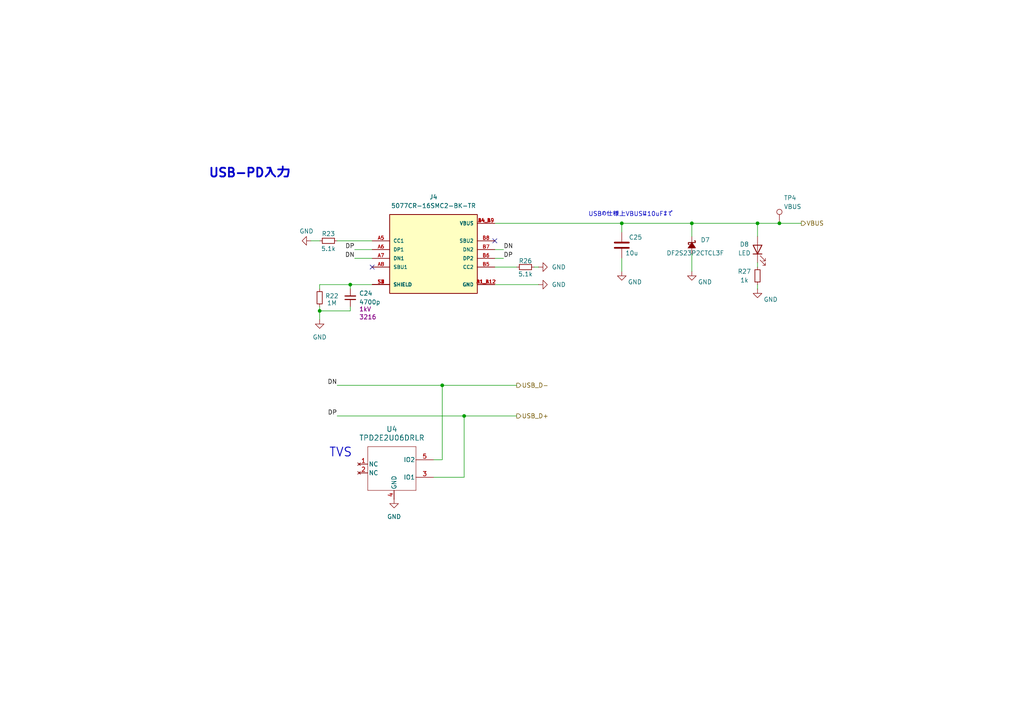
<source format=kicad_sch>
(kicad_sch (version 20231120) (generator "eeschema") (generator_version "8.0")
  (paper "A4")
  (lib_symbols
    (symbol "5077CR-16SMC2-BK-TR:5077CR-16SMC2-BK-TR" (pin_names (offset 1.016))
      (property "Reference" "J" (at -12.7 10.922 0))
      (property "Value" "5077CR-16SMC2-BK-TR" (at -12.7 -15.24 0))
      (symbol "5077CR-16SMC2-BK-TR_0_0"
        (rectangle (start -12.7 -12.7) (end 12.7 10.16) (stroke (width 0.254)) (fill (type background)))
        (pin power_in line (at 17.78 -10.16 180) (length 5.08) (name "GND") (number "A1_B12"))
        (pin power_in line (at 17.78 7.62 180) (length 5.08) (name "VBUS") (number "A4_B9"))
        (pin passive line (at -17.78 2.54 0) (length 5.08) (name "CC1") (number "A5"))
        (pin passive line (at -17.78 0 0) (length 5.08) (name "DP1") (number "A6"))
        (pin passive line (at -17.78 -2.54 0) (length 5.08) (name "DN1") (number "A7"))
        (pin passive line (at -17.78 -5.08 0) (length 5.08) (name "SBU1") (number "A8"))
        (pin power_in line (at 17.78 -10.16 180) (length 5.08) (name "GND") (number "B1_A12"))
        (pin power_in line (at 17.78 7.62 180) (length 5.08) (name "VBUS") (number "B4_A9"))
        (pin passive line (at 17.78 -5.08 180) (length 5.08) (name "CC2") (number "B5"))
        (pin passive line (at 17.78 -2.54 180) (length 5.08) (name "DP2") (number "B6"))
        (pin passive line (at 17.78 0 180) (length 5.08) (name "DN2") (number "B7"))
        (pin passive line (at 17.78 2.54 180) (length 5.08) (name "SBU2") (number "B8"))
        (pin passive line (at -17.78 -10.16 0) (length 5.08) (name "SHIELD") (number "S1"))
        (pin passive line (at -17.78 -10.16 0) (length 5.08) (name "SHIELD") (number "S2"))
        (pin passive line (at -17.78 -10.16 0) (length 5.08) (name "SHIELD") (number "S3"))
        (pin passive line (at -17.78 -10.16 0) (length 5.08) (name "SHIELD") (number "S4"))
      )
    )
    (symbol "Connector:TestPoint" (pin_numbers hide) (pin_names (offset 0.762) hide)
      (property "Reference" "TP" (at 0 6.858 0))
      (property "Value" "TestPoint" (at 0 5.08 0))
      (symbol "TestPoint_0_1"
        (circle (center 0 3.302) (radius 0.762))
      )
      (symbol "TestPoint_1_1"
        (pin passive line (at 0 0 90) (length 2.54) (name "1") (number "1"))
      )
    )
    (symbol "Device:C" (pin_numbers hide) (pin_names (offset 0.254))
      (property "Reference" "C" (at 0.635 2.54 0))
      (property "Value" "C" (at 0.635 -2.54 0))
      (symbol "C_0_1"
        (polyline (pts (xy -2.032 -0.762) (xy 2.032 -0.762)) (stroke (width 0.508)))
        (polyline (pts (xy -2.032 0.762) (xy 2.032 0.762)) (stroke (width 0.508)))
      )
      (symbol "C_1_1"
        (pin passive line (at 0 3.81 270) (length 2.794) (name "~") (number "1"))
        (pin passive line (at 0 -3.81 90) (length 2.794) (name "~") (number "2"))
      )
    )
    (symbol "Device:C_Small" (pin_numbers hide) (pin_names (offset 0.254) hide)
      (property "Reference" "C" (at 0.254 1.778 0))
      (property "Value" "C_Small" (at 0.254 -2.032 0))
      (symbol "C_Small_0_1"
        (polyline (pts (xy -1.524 -0.508) (xy 1.524 -0.508)) (stroke (width 0.3302)))
        (polyline (pts (xy -1.524 0.508) (xy 1.524 0.508)) (stroke (width 0.3048)))
      )
      (symbol "C_Small_1_1"
        (pin passive line (at 0 2.54 270) (length 2.032) (name "~") (number "1"))
        (pin passive line (at 0 -2.54 90) (length 2.032) (name "~") (number "2"))
      )
    )
    (symbol "Device:D_Schottky_Small_Filled" (pin_numbers hide) (pin_names (offset 0.254) hide)
      (property "Reference" "D" (at -1.27 2.032 0))
      (property "Value" "D_Schottky_Small_Filled" (at -7.112 -2.032 0))
      (symbol "D_Schottky_Small_Filled_0_1"
        (polyline (pts (xy -0.762 0) (xy 0.762 0)))
        (polyline (pts (xy 0.762 -1.016) (xy -0.762 0) (xy 0.762 1.016) (xy 0.762 -1.016)) (stroke (width 0.254)) (fill (type outline)))
        (polyline (pts (xy -1.27 0.762) (xy -1.27 1.016) (xy -0.762 1.016) (xy -0.762 -1.016) (xy -0.254 -1.016) (xy -0.254 -0.762)) (stroke (width 0.254)))
      )
      (symbol "D_Schottky_Small_Filled_1_1"
        (pin passive line (at -2.54 0 0) (length 1.778) (name "K") (number "1"))
        (pin passive line (at 2.54 0 180) (length 1.778) (name "A") (number "2"))
      )
    )
    (symbol "Device:LED" (pin_numbers hide) (pin_names (offset 1.016) hide)
      (property "Reference" "D" (at 0 2.54 0))
      (property "Value" "LED" (at 0 -2.54 0))
      (symbol "LED_0_1"
        (polyline (pts (xy -1.27 -1.27) (xy -1.27 1.27)) (stroke (width 0.254)))
        (polyline (pts (xy -1.27 0) (xy 1.27 0)))
        (polyline (pts (xy 1.27 -1.27) (xy 1.27 1.27) (xy -1.27 0) (xy 1.27 -1.27)) (stroke (width 0.254)))
        (polyline (pts (xy -3.048 -0.762) (xy -4.572 -2.286) (xy -3.81 -2.286) (xy -4.572 -2.286) (xy -4.572 -1.524)))
        (polyline (pts (xy -1.778 -0.762) (xy -3.302 -2.286) (xy -2.54 -2.286) (xy -3.302 -2.286) (xy -3.302 -1.524)))
      )
      (symbol "LED_1_1"
        (pin passive line (at -3.81 0 0) (length 2.54) (name "K") (number "1"))
        (pin passive line (at 3.81 0 180) (length 2.54) (name "A") (number "2"))
      )
    )
    (symbol "Device:R_Small" (pin_numbers hide) (pin_names (offset 0.254) hide)
      (property "Reference" "R" (at 0.762 0.508 0))
      (property "Value" "R_Small" (at 0.762 -1.016 0))
      (symbol "R_Small_0_1"
        (rectangle (start -0.762 1.778) (end 0.762 -1.778) (stroke (width 0.2032)))
      )
      (symbol "R_Small_1_1"
        (pin passive line (at 0 2.54 270) (length 0.762) (name "~") (number "1"))
        (pin passive line (at 0 -2.54 90) (length 0.762) (name "~") (number "2"))
      )
    )
    (symbol "TPD2E2U06DRLR:TPD2E2U06DRLR" (pin_names (offset 0.254))
      (property "Reference" "U" (at 0 11.43 0))
      (property "Value" "TPD2E2U06DRLR" (at 0 8.89 0))
      (symbol "TPD2E2U06DRLR_0_1"
        (polyline (pts (xy -7.62 -6.35) (xy 6.35 -6.35)) (stroke (width 0.127)))
        (polyline (pts (xy -7.62 6.35) (xy -7.62 -6.35)) (stroke (width 0.127)))
        (polyline (pts (xy 6.35 -6.35) (xy 6.35 6.35)) (stroke (width 0.127)))
        (polyline (pts (xy 6.35 6.35) (xy -7.62 6.35)) (stroke (width 0.127)))
      )
      (symbol "TPD2E2U06DRLR_1_1"
        (pin no_connect line (at -10.16 1.27 0) (length 2.54) (name "NC") (number "1"))
        (pin no_connect line (at -10.16 -1.27 0) (length 2.54) (name "NC") (number "2"))
        (pin bidirectional line (at 11.43 -2.54 180) (length 5.08) (name "IO1") (number "3"))
        (pin power_in line (at 0 -8.89 90) (length 2.54) (name "GND") (number "4"))
        (pin bidirectional line (at 11.43 2.54 180) (length 5.08) (name "IO2") (number "5"))
      )
    )
    (symbol "power:GND" (power) (pin_numbers hide) (pin_names (offset 0) hide)
      (property "Value" "GND" (at 0 -3.81 0))
      (symbol "GND_0_1"
        (polyline (pts (xy 0 0) (xy 0 -1.27) (xy 1.27 -1.27) (xy 0 -2.54) (xy -1.27 -1.27) (xy 0 -1.27)))
      )
      (symbol "GND_1_1"
        (pin power_in line (at 0 0 270) (length 0) (name "~") (number "1"))
      )
    )
  )
  (junction (at 128.27 111.76))
  (junction (at 92.71 90.17))
  (junction (at 219.71 64.77))
  (junction (at 134.62 120.65))
  (junction (at 180.34 64.77))
  (junction (at 101.6 82.55))
  (junction (at 226.06 64.77))
  (junction (at 200.66 64.77))
  (no_connect (at 143.51 69.85))
  (no_connect (at 107.95 77.47))
  (wire (pts (xy 156.21 82.55) (xy 143.51 82.55)))
  (wire (pts (xy 128.27 111.76) (xy 149.86 111.76)))
  (wire (pts (xy 92.71 92.71) (xy 92.71 90.17)))
  (wire (pts (xy 90.17 69.85) (xy 92.71 69.85)))
  (wire (pts (xy 180.34 67.31) (xy 180.34 64.77)))
  (wire (pts (xy 92.71 90.17) (xy 101.6 90.17)))
  (wire (pts (xy 102.87 74.93) (xy 107.95 74.93)))
  (wire (pts (xy 200.66 68.58) (xy 200.66 64.77)))
  (wire (pts (xy 101.6 83.82) (xy 101.6 82.55)))
  (wire (pts (xy 226.06 64.77) (xy 232.41 64.77)))
  (wire (pts (xy 92.71 83.82) (xy 92.71 82.55)))
  (wire (pts (xy 219.71 82.55) (xy 219.71 83.82)))
  (wire (pts (xy 219.71 68.58) (xy 219.71 64.77)))
  (wire (pts (xy 200.66 78.74) (xy 200.66 73.66)))
  (wire (pts (xy 101.6 82.55) (xy 107.95 82.55)))
  (wire (pts (xy 97.79 111.76) (xy 128.27 111.76)))
  (wire (pts (xy 92.71 82.55) (xy 101.6 82.55)))
  (wire (pts (xy 200.66 64.77) (xy 219.71 64.77)))
  (wire (pts (xy 219.71 76.2) (xy 219.71 77.47)))
  (wire (pts (xy 97.79 69.85) (xy 107.95 69.85)))
  (wire (pts (xy 149.86 77.47) (xy 143.51 77.47)))
  (wire (pts (xy 219.71 64.77) (xy 226.06 64.77)))
  (wire (pts (xy 97.79 120.65) (xy 134.62 120.65)))
  (wire (pts (xy 134.62 120.65) (xy 134.62 138.43)))
  (wire (pts (xy 125.73 133.35) (xy 128.27 133.35)))
  (wire (pts (xy 180.34 74.93) (xy 180.34 78.74)))
  (wire (pts (xy 128.27 111.76) (xy 128.27 133.35)))
  (wire (pts (xy 180.34 64.77) (xy 200.66 64.77)))
  (wire (pts (xy 134.62 120.65) (xy 149.86 120.65)))
  (wire (pts (xy 134.62 138.43) (xy 125.73 138.43)))
  (wire (pts (xy 92.71 90.17) (xy 92.71 88.9)))
  (wire (pts (xy 143.51 64.77) (xy 180.34 64.77)))
  (wire (pts (xy 102.87 72.39) (xy 107.95 72.39)))
  (wire (pts (xy 146.05 74.93) (xy 143.51 74.93)))
  (wire (pts (xy 101.6 90.17) (xy 101.6 88.9)))
  (wire (pts (xy 156.21 77.47) (xy 154.94 77.47)))
  (wire (pts (xy 146.05 72.39) (xy 143.51 72.39)))
  (text "TVS" (at 98.806 131.318 0) (effects (font (size 2.54 2.54) (thickness 0.254) (bold yes))))
  (text "USB-PD入力" (at 72.39 50.292 0) (effects (font (size 2.54 2.54) (thickness 0.508) (bold yes))))
  (text "USBの仕様上VBUSは10uFまで" (at 182.88 62.23 0) (effects (font (size 1.27 1.27))))
  (label "DN" (at 97.79 111.76 180))
  (label "DP" (at 146.05 74.93 0))
  (label "DN" (at 146.05 72.39 0))
  (label "DP" (at 97.79 120.65 180))
  (label "DP" (at 102.87 72.39 180))
  (label "DN" (at 102.87 74.93 180))
  (hierarchical_label "USB_D-" (shape output) (at 149.86 111.76 0))
  (hierarchical_label "VBUS" (shape output) (at 232.41 64.77 0))
  (hierarchical_label "USB_D+" (shape output) (at 149.86 120.65 0))
  (symbol (lib_id "power:GND") (at 180.34 78.74 0) (unit 1)
    (property "Reference" "#PWR044" (effects (hide yes)))
    (property "Value" "GND" (at 184.15 81.788 0))
    (property "Description" "Power symbol creates a global label with name \"GND\" , ground" (effects (hide yes)))
  )
  (symbol (lib_id "power:GND") (at 90.17 69.85 270) (unit 1)
    (property "Reference" "#PWR016" (effects (hide yes)))
    (property "Value" "GND" (at 90.932 67.056 90) (effects (justify right)))
    (property "Description" "Power symbol creates a global label with name \"GND\" , ground" (effects (hide yes)))
  )
  (symbol (lib_id "Device:C_Small") (at 101.6 86.36 180) (unit 1)
    (property "Reference" "C24" (at 104.14 85.0835 0) (effects (justify right)))
    (property "Value" "4700p" (at 104.14 87.6235 0) (effects (justify right)))
    (property "Footprint" "Capacitor_SMD:C_1206_3216Metric_Pad1.33x1.80mm_HandSolder" (effects (hide yes)))
    (property "Description" "Unpolarized capacitor, small symbol" (effects (hide yes)))
    (property "pacage" "3216" (at 106.68 91.948 0))
    (property "耐圧" "1kV" (at 105.918 89.662 0))
  )
  (symbol (lib_id "Device:R_Small") (at 92.71 86.36 180) (unit 1)
    (property "Reference" "R22" (at 96.266 85.852 0))
    (property "Value" "1M" (at 96.266 87.884 0))
    (property "Footprint" "Resistor_SMD:R_0603_1608Metric_Pad0.98x0.95mm_HandSolder" (effects (hide yes)))
    (property "Description" "Resistor, small symbol" (effects (hide yes)))
  )
  (symbol (lib_id "power:GND") (at 92.71 92.71 0) (unit 1)
    (property "Reference" "#PWR030" (effects (hide yes)))
    (property "Value" "GND" (at 92.71 97.79 0))
    (property "Description" "Power symbol creates a global label with name \"GND\" , ground" (effects (hide yes)))
  )
  (symbol (lib_id "Device:R_Small") (at 95.25 69.85 90) (unit 1)
    (property "Reference" "R23" (at 95.25 67.818 90))
    (property "Value" "5.1k" (at 95.25 72.136 90))
    (property "Footprint" "Resistor_SMD:R_0603_1608Metric_Pad0.98x0.95mm_HandSolder" (effects (hide yes)))
    (property "Description" "Resistor, small symbol" (effects (hide yes)))
  )
  (symbol (lib_id "Connector:TestPoint") (at 226.06 64.77 0) (unit 1)
    (property "Reference" "TP4" (at 227.33 57.404 0) (effects (justify left)))
    (property "Value" "VBUS" (at 227.33 59.944 0) (effects (justify left)))
    (property "Footprint" "Connector_Pin:Pin_D1.1mm_L8.5mm_W2.5mm_FlatFork" (effects (hide yes)))
    (property "Description" "test point" (effects (hide yes)))
  )
  (symbol (lib_id "power:GND") (at 200.66 78.74 0) (unit 1)
    (property "Reference" "#PWR045" (effects (hide yes)))
    (property "Value" "GND" (at 204.47 81.788 0))
    (property "Description" "Power symbol creates a global label with name \"GND\" , ground" (effects (hide yes)))
  )
  (symbol (lib_id "power:GND") (at 156.21 77.47 90) (unit 1)
    (property "Reference" "#PWR042" (effects (hide yes)))
    (property "Value" "GND" (at 160.02 77.4699 90) (effects (justify right)))
    (property "Description" "Power symbol creates a global label with name \"GND\" , ground" (effects (hide yes)))
  )
  (symbol (lib_id "5077CR-16SMC2-BK-TR:5077CR-16SMC2-BK-TR") (at 125.73 72.39 0) (unit 1)
    (property "Reference" "J4" (at 125.73 57.15 0))
    (property "Value" "5077CR-16SMC2-BK-TR" (at 125.73 59.69 0))
    (property "Footprint" "5077CR-16SMC2-BK-TR:NELTRON_5077CR-16SMC2-BK-TR" (effects (hide yes)))
    (property "MF" "Neltron" (effects (hide yes)))
    (property "MAXIMUM_PACKAGE_HEIGHT" "3.26mm" (effects (hide yes)))
    (property "Package" "Package" (effects (hide yes)))
    (property "Price" "None" (effects (hide yes)))
    (property "Check_prices" "https://www.snapeda.com/parts/5077CR-16SMC2-BK-TR/Neltron/view-part/?ref=eda" (effects (hide yes)))
    (property "STANDARD" "Manufacturer Recommendations" (effects (hide yes)))
    (property "PARTREV" "B" (effects (hide yes)))
    (property "SnapEDA_Link" "https://www.snapeda.com/parts/5077CR-16SMC2-BK-TR/Neltron/view-part/?ref=snap" (effects (hide yes)))
    (property "MP" "5077CR-16SMC2-BK-TR" (effects (hide yes)))
    (property "Description_1" "\nUSB 3.1 C Type Female with Peg\n" (effects (hide yes)))
    (property "MANUFACTURER" "Neltron" (effects (hide yes)))
    (property "Availability" "Not in stock" (effects (hide yes)))
    (property "SNAPEDA_PN" "5077CR-16SMC2-BK-TR" (effects (hide yes)))
  )
  (symbol (lib_id "TPD2E2U06DRLR:TPD2E2U06DRLR") (at 114.3 135.89 0) (unit 1)
    (property "Reference" "U4" (at 113.665 124.46 0) (effects (font (size 1.524 1.524))))
    (property "Value" "TPD2E2U06DRLR" (at 113.665 127 0) (effects (font (size 1.524 1.524))))
    (property "Footprint" "DRL5_TEX" (effects (hide yes)))
    (property "Datasheet" "TPD2E2U06DRLR" (effects (hide yes)))
  )
  (symbol (lib_id "Device:R_Small") (at 219.71 80.01 0) (unit 1)
    (property "Reference" "R27" (at 215.9 78.74 0))
    (property "Value" "1k" (at 215.9 81.28 0))
    (property "Footprint" "Resistor_SMD:R_0603_1608Metric_Pad0.98x0.95mm_HandSolder" (effects (hide yes)))
    (property "Description" "Resistor, small symbol" (effects (hide yes)))
  )
  (symbol (lib_id "power:GND") (at 156.21 82.55 90) (unit 1)
    (property "Reference" "#PWR043" (effects (hide yes)))
    (property "Value" "GND" (at 160.02 82.5499 90) (effects (justify right)))
    (property "Description" "Power symbol creates a global label with name \"GND\" , ground" (effects (hide yes)))
  )
  (symbol (lib_id "Device:LED") (at 219.71 72.39 90) (unit 1)
    (property "Reference" "D8" (at 215.9 70.866 90))
    (property "Value" "LED" (at 215.9 73.406 90))
    (property "Footprint" "LED_SMD:LED_0603_1608Metric" (effects (hide yes)))
    (property "Description" "Light emitting diode" (effects (hide yes)))
  )
  (symbol (lib_id "Device:C") (at 180.34 71.12 0) (unit 1)
    (property "Reference" "C25" (at 182.372 68.834 0) (effects (justify left)))
    (property "Value" "10u" (at 181.356 73.406 0) (effects (justify left)))
    (property "Footprint" "Capacitor_SMD:C_0805_2012Metric_Pad1.18x1.45mm_HandSolder" (effects (hide yes)))
    (property "Description" "Unpolarized capacitor" (effects (hide yes)))
  )
  (symbol (lib_id "power:GND") (at 114.3 144.78 0) (unit 1)
    (property "Reference" "#PWR017" (effects (hide yes)))
    (property "Value" "GND" (at 114.3 149.86 0))
    (property "Description" "Power symbol creates a global label with name \"GND\" , ground" (effects (hide yes)))
  )
  (symbol (lib_id "power:GND") (at 219.71 83.82 0) (unit 1)
    (property "Reference" "#PWR046" (effects (hide yes)))
    (property "Value" "GND" (at 223.52 86.868 0))
    (property "Description" "Power symbol creates a global label with name \"GND\" , ground" (effects (hide yes)))
  )
  (symbol (lib_id "Device:D_Schottky_Small_Filled") (at 200.66 71.12 270) (unit 1)
    (property "Reference" "D7" (at 203.2 69.5959 90) (effects (justify left)))
    (property "Value" "DF2S23P2CTCL3F" (at 193.294 73.406 90) (effects (justify left)))
    (property "Footprint" "Diode_SMD:D_0603_1608Metric_Pad1.05x0.95mm_HandSolder" (effects (hide yes)))
    (property "Description" "Schottky diode, small symbol, filled shape" (effects (hide yes)))
  )
  (symbol (lib_id "Device:R_Small") (at 152.4 77.47 90) (unit 1)
    (property "Reference" "R26" (at 152.4 75.692 90))
    (property "Value" "5.1k" (at 152.4 79.502 90))
    (property "Footprint" "Resistor_SMD:R_0603_1608Metric_Pad0.98x0.95mm_HandSolder" (effects (hide yes)))
    (property "Description" "Resistor, small symbol" (effects (hide yes)))
  )
)
</source>
